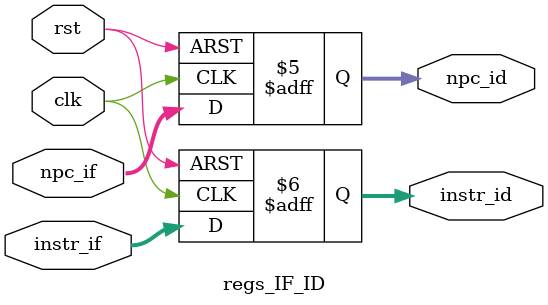
<source format=v>
`timescale 1ns / 1ps


module regs_IF_ID(
    input clk, //Ê±ÖÓÐÅºÅ
    input rst, //¸´Î»ÐÅºÅ
    input [31:0] npc_if, //³ÌÐò¼ÆÊýÆ÷Öµ
    input [31:0] instr_if, //Ö¸Áî»ñÈ¡½×¶Î
    output reg [31:0] npc_id = 32'b0,//½âÂë½×¶ÎµÄ³ÌÐò¼ÆÊýÆ÷Öµ
    output reg [31:0] instr_id = 32'b0 //½âÂë½×¶ÎµÄÖ¸Áî
    );
    
    localparam RESET_VALUE = 32'b0;
    always @(posedge clk or posedge rst) begin
        if(rst==1) begin
            //¸´Î»Ö¸Áî
            {npc_id, instr_id} <= {RESET_VALUE, RESET_VALUE}; 
        end 
        else  begin
            //¸üÐÂÖ¸Áî
            {npc_id, instr_id} <= {npc_if, instr_if}; 
        end
    end
endmodule

</source>
